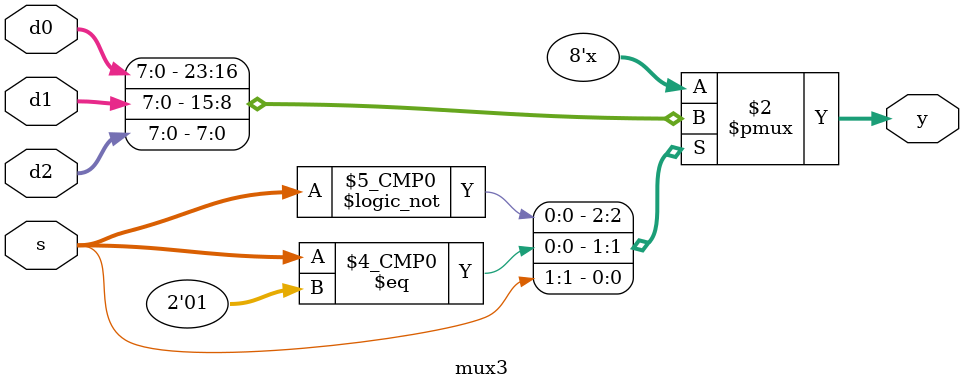
<source format=sv>
module mux3 #(
    parameter WIDTH = 8
) (
    input logic [WIDTH-1:0] d0,
    input logic [WIDTH-1:0] d1,
    input logic [WIDTH-1:0] d2,
    input logic [1:0] s,

    output logic [WIDTH-1:0] y
);

  always_comb begin
    casex (s)
      2'b00: y = d0;
      2'b01: y = d1;
      2'b1x: y = d2;
    endcase
  end


endmodule

</source>
